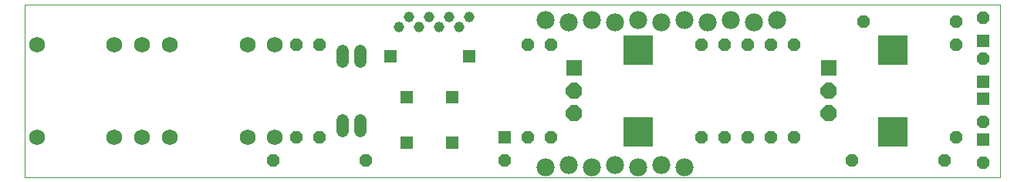
<source format=gts>
G75*
%MOIN*%
%OFA0B0*%
%FSLAX24Y24*%
%IPPOS*%
%LPD*%
%AMOC8*
5,1,8,0,0,1.08239X$1,22.5*
%
%ADD10C,0.0010*%
%ADD11R,0.0700X0.0700*%
%ADD12OC8,0.0700*%
%ADD13R,0.1267X0.1267*%
%ADD14C,0.0690*%
%ADD15OC8,0.0520*%
%ADD16C,0.0520*%
%ADD17R,0.0518X0.0518*%
%ADD18R,0.0520X0.0520*%
%ADD19R,0.0571X0.0571*%
%ADD20C,0.0453*%
%ADD21C,0.0780*%
D10*
X007994Y004807D02*
X050120Y004807D01*
X050120Y012287D01*
X007994Y012287D01*
X007994Y004807D01*
D11*
X031738Y009541D03*
X042738Y009541D03*
D12*
X042738Y008557D03*
X042738Y007572D03*
X031738Y007572D03*
X031738Y008557D03*
D13*
X034494Y006785D03*
X045494Y006785D03*
X045494Y010328D03*
X034494Y010328D03*
D14*
X018803Y010557D03*
X017622Y010557D03*
X014275Y010557D03*
X013053Y010557D03*
X011872Y010557D03*
X008525Y010557D03*
X008525Y006557D03*
X011872Y006557D03*
X013053Y006557D03*
X014275Y006557D03*
X017622Y006557D03*
X018803Y006557D03*
D15*
X019744Y006557D03*
X020744Y006557D03*
X022744Y005557D03*
X018744Y005557D03*
X028744Y005557D03*
X029744Y006557D03*
X030744Y006557D03*
X037244Y006557D03*
X038244Y006557D03*
X039244Y006557D03*
X040244Y006557D03*
X041244Y006557D03*
X043744Y005557D03*
X047744Y005557D03*
X049394Y005457D03*
X048244Y006557D03*
X049394Y007207D03*
X049394Y009957D03*
X048244Y010557D03*
X048244Y011557D03*
X049394Y011707D03*
X044244Y011557D03*
X041244Y010557D03*
X040244Y010557D03*
X039244Y010557D03*
X038244Y010557D03*
X037244Y010557D03*
X030744Y010557D03*
X029744Y010557D03*
X020744Y010557D03*
X019744Y010557D03*
D16*
X021744Y010297D02*
X021744Y009817D01*
X022494Y009817D02*
X022494Y010297D01*
X022494Y007297D02*
X022494Y006817D01*
X021744Y006817D02*
X021744Y007297D01*
D17*
X024509Y006322D03*
X026478Y006322D03*
X026478Y008291D03*
X024509Y008291D03*
D18*
X028744Y006557D03*
X049394Y006457D03*
X049394Y008207D03*
X049394Y008957D03*
X049394Y010707D03*
D19*
X027187Y010059D03*
X023801Y010059D03*
D20*
X024175Y011307D03*
X025041Y011307D03*
X025907Y011307D03*
X026773Y011307D03*
X026340Y011740D03*
X025474Y011740D03*
X024608Y011740D03*
X027206Y011740D03*
D21*
X030494Y011607D03*
X031494Y011507D03*
X032494Y011607D03*
X033494Y011507D03*
X034494Y011607D03*
X035494Y011507D03*
X036494Y011607D03*
X037494Y011507D03*
X038494Y011607D03*
X039494Y011507D03*
X040494Y011607D03*
X035494Y005357D03*
X036494Y005257D03*
X034494Y005257D03*
X033494Y005357D03*
X032494Y005257D03*
X031494Y005357D03*
X030494Y005257D03*
M02*

</source>
